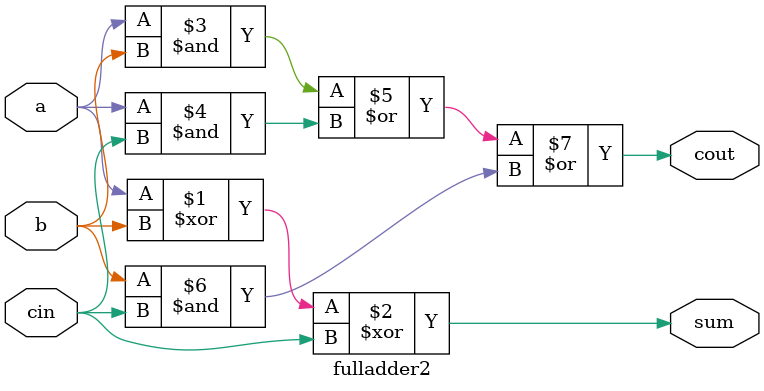
<source format=v>
`timescale 1ns / 1ps
module fulladder2(a, b, cin, sum, cout);
	input a, b, cin;
	output sum, cout;

	assign sum = a^ b ^ cin;
	assign cout = (a&b)|(a&cin)|(b&cin);
endmodule
</source>
